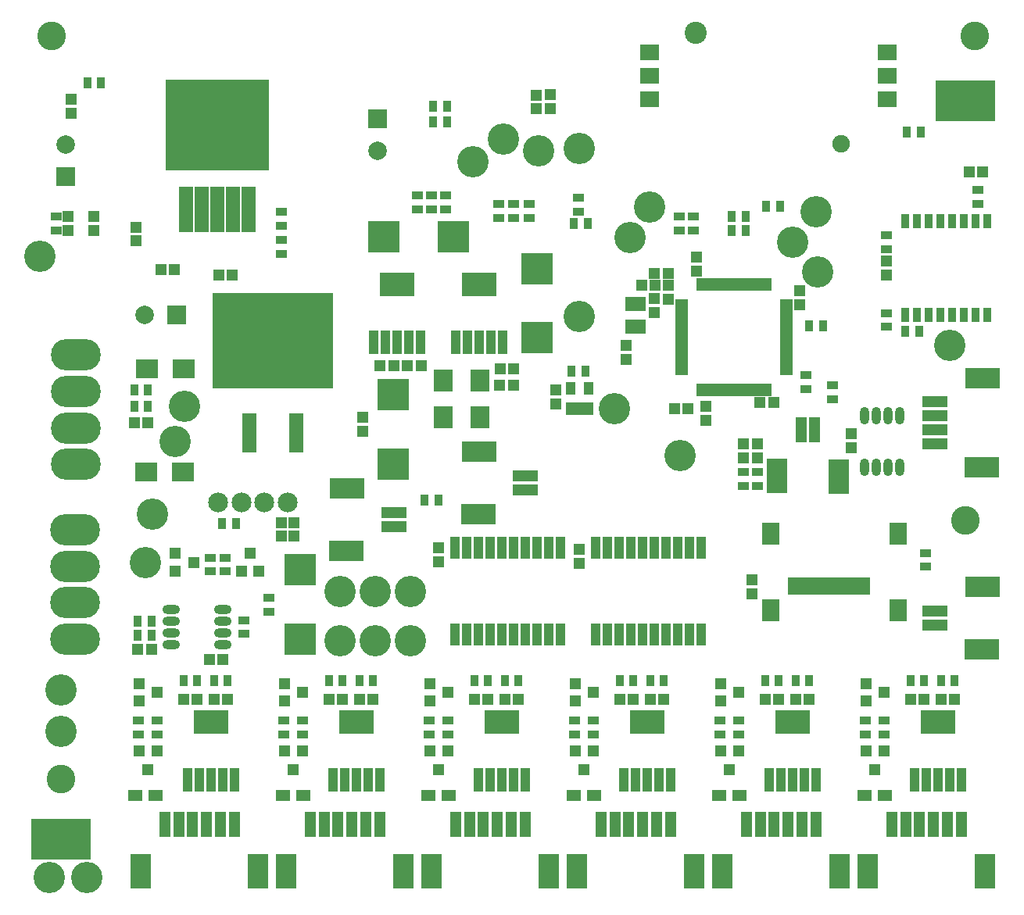
<source format=gbr>
G04 #@! TF.FileFunction,Soldermask,Top*
%FSLAX46Y46*%
G04 Gerber Fmt 4.6, Leading zero omitted, Abs format (unit mm)*
G04 Created by KiCad (PCBNEW 4.0.6) date 09/04/17 18:41:23*
%MOMM*%
%LPD*%
G01*
G04 APERTURE LIST*
%ADD10C,0.100000*%
%ADD11C,1.200000*%
%ADD12R,6.400000X4.400000*%
%ADD13R,2.100000X1.700000*%
%ADD14C,2.400000*%
%ADD15C,1.900000*%
%ADD16R,1.400000X0.650000*%
%ADD17R,0.650000X1.400000*%
%ADD18C,3.400000*%
%ADD19C,2.150000*%
%ADD20C,3.100000*%
%ADD21R,1.150000X1.200000*%
%ADD22R,2.300000X1.500000*%
%ADD23R,1.500000X5.000000*%
%ADD24R,11.200000X9.800000*%
%ADD25R,0.908000X1.543000*%
%ADD26R,1.050000X1.460000*%
%ADD27O,1.873200X1.009600*%
%ADD28R,1.000000X2.350000*%
%ADD29R,1.300000X1.200000*%
%ADD30R,1.200000X1.300000*%
%ADD31R,0.900000X1.300000*%
%ADD32R,1.300000X0.900000*%
%ADD33R,2.100000X2.400000*%
%ADD34R,2.400000X2.100000*%
%ADD35R,1.600000X1.300000*%
%ADD36R,1.200000X1.200000*%
%ADD37R,2.000000X2.000000*%
%ADD38C,2.000000*%
%ADD39R,1.200000X1.150000*%
%ADD40R,3.400000X3.400000*%
%ADD41R,1.900000X2.400000*%
%ADD42R,1.200000X1.900000*%
%ADD43R,13.100000X10.400000*%
%ADD44R,1.500000X4.200000*%
%ADD45R,1.300000X2.800000*%
%ADD46R,2.200000X3.700000*%
%ADD47R,1.050000X2.600000*%
%ADD48R,3.850000X2.550000*%
%ADD49O,1.009600X1.873200*%
%ADD50R,2.800000X1.300000*%
%ADD51R,3.700000X2.200000*%
%ADD52O,5.400000X3.400000*%
G04 APERTURE END LIST*
D10*
D11*
X105600000Y-142000000D02*
G75*
G03X105600000Y-142000000I-600000J0D01*
G01*
X203600000Y-62000000D02*
G75*
G03X203600000Y-62000000I-600000J0D01*
G01*
D12*
X105000000Y-142000000D03*
D13*
X168820000Y-56772000D03*
X194520000Y-56772000D03*
X168820000Y-61852000D03*
X168820000Y-59312000D03*
X194520000Y-59312000D03*
X194520000Y-61852000D03*
D14*
X173760000Y-54672000D03*
D15*
X189560000Y-66672000D03*
D16*
X172244840Y-83868040D03*
X172244840Y-84368040D03*
X172244840Y-84868040D03*
X172244840Y-85368040D03*
X172244840Y-85868040D03*
X172244840Y-86368040D03*
X172244840Y-86868040D03*
X172244840Y-87368040D03*
X172244840Y-87868040D03*
X172244840Y-88368040D03*
X172244840Y-88868040D03*
X172244840Y-89368040D03*
X172244840Y-89868040D03*
X172244840Y-90368040D03*
X172244840Y-90868040D03*
X172244840Y-91368040D03*
D17*
X174194840Y-93318040D03*
X174694840Y-93318040D03*
X175194840Y-93318040D03*
X175694840Y-93318040D03*
X176194840Y-93318040D03*
X176694840Y-93318040D03*
X177194840Y-93318040D03*
X177694840Y-93318040D03*
X178194840Y-93318040D03*
X178694840Y-93318040D03*
X179194840Y-93318040D03*
X179694840Y-93318040D03*
X180194840Y-93318040D03*
X180694840Y-93318040D03*
X181194840Y-93318040D03*
X181694840Y-93318040D03*
D16*
X183644840Y-91368040D03*
X183644840Y-90868040D03*
X183644840Y-90368040D03*
X183644840Y-89868040D03*
X183644840Y-89368040D03*
X183644840Y-88868040D03*
X183644840Y-88368040D03*
X183644840Y-87868040D03*
X183644840Y-87368040D03*
X183644840Y-86868040D03*
X183644840Y-86368040D03*
X183644840Y-85868040D03*
X183644840Y-85368040D03*
X183644840Y-84868040D03*
X183644840Y-84368040D03*
X183644840Y-83868040D03*
D17*
X181694840Y-81918040D03*
X181194840Y-81918040D03*
X180694840Y-81918040D03*
X180194840Y-81918040D03*
X179694840Y-81918040D03*
X179194840Y-81918040D03*
X178694840Y-81918040D03*
X178194840Y-81918040D03*
X177694840Y-81918040D03*
X177194840Y-81918040D03*
X176694840Y-81918040D03*
X176194840Y-81918040D03*
X175694840Y-81918040D03*
X175194840Y-81918040D03*
X174694840Y-81918040D03*
X174194840Y-81918040D03*
D18*
X184314000Y-77346000D03*
D19*
X122084000Y-105540000D03*
X129584000Y-105540000D03*
X127084000Y-105540000D03*
X124584000Y-105540000D03*
D20*
X104000000Y-55000000D03*
D21*
X173880840Y-80494040D03*
X173880840Y-78994040D03*
D22*
X167288840Y-86506040D03*
X167288840Y-84006040D03*
D23*
X118600000Y-73775000D03*
X120300000Y-73775000D03*
X122000000Y-73775000D03*
X123700000Y-73775000D03*
X125400000Y-73775000D03*
D24*
X122000000Y-64625000D03*
D25*
X196506000Y-85220000D03*
X197776000Y-85220000D03*
X199046000Y-85220000D03*
X200316000Y-85220000D03*
X201586000Y-85220000D03*
X202856000Y-85220000D03*
X204126000Y-85220000D03*
X205396000Y-85220000D03*
X205396000Y-75060000D03*
X204126000Y-75060000D03*
X202856000Y-75060000D03*
X201586000Y-75060000D03*
X200316000Y-75060000D03*
X199046000Y-75060000D03*
X197776000Y-75060000D03*
X196506000Y-75060000D03*
D26*
X160250000Y-95337000D03*
X161200000Y-95337000D03*
X162150000Y-95337000D03*
X162150000Y-93137000D03*
X160250000Y-93137000D03*
D27*
X117018000Y-117135242D03*
X117018000Y-118405242D03*
X117018000Y-119675242D03*
X117018000Y-120945242D03*
X122606000Y-120945242D03*
X122606000Y-119675242D03*
X122606000Y-118405242D03*
X122606000Y-117135242D03*
D28*
X162966600Y-119846280D03*
X164236600Y-119846280D03*
X165506600Y-119846280D03*
X166776600Y-119846280D03*
X168046600Y-119846280D03*
X169316600Y-119846280D03*
X170586600Y-119846280D03*
X171856600Y-119846280D03*
X173126600Y-119846280D03*
X174396600Y-119846280D03*
X174396600Y-110446280D03*
X173126600Y-110446280D03*
X171856600Y-110446280D03*
X170586600Y-110446280D03*
X169316600Y-110446280D03*
X168046600Y-110446280D03*
X166776600Y-110446280D03*
X165506600Y-110446280D03*
X164236600Y-110446280D03*
X162966600Y-110446280D03*
X147726600Y-119846280D03*
X148996600Y-119846280D03*
X150266600Y-119846280D03*
X151536600Y-119846280D03*
X152806600Y-119846280D03*
X154076600Y-119846280D03*
X155346600Y-119846280D03*
X156616600Y-119846280D03*
X157886600Y-119846280D03*
X159156600Y-119846280D03*
X159156600Y-110446280D03*
X157886600Y-110446280D03*
X156616600Y-110446280D03*
X155346600Y-110446280D03*
X154076600Y-110446280D03*
X152806600Y-110446280D03*
X151536600Y-110446280D03*
X150266600Y-110446280D03*
X148996600Y-110446280D03*
X147726600Y-110446280D03*
D18*
X105066000Y-125860000D03*
X105066000Y-130305000D03*
X156769000Y-67466000D03*
X102780000Y-78870000D03*
X114972000Y-106810000D03*
X186854000Y-74044000D03*
X161214000Y-85373000D03*
X114210000Y-112017000D03*
X165010000Y-95380000D03*
X117385000Y-98962000D03*
X107860000Y-146180000D03*
X103796000Y-146180000D03*
X142912000Y-120526000D03*
X139102000Y-120526000D03*
X135292000Y-120526000D03*
X142912000Y-115192000D03*
X139102000Y-115192000D03*
X135292000Y-115192000D03*
D29*
X192218000Y-125164000D03*
X192218000Y-127064000D03*
X194218000Y-126114000D03*
X176470000Y-125164000D03*
X176470000Y-127064000D03*
X178470000Y-126114000D03*
X160722000Y-125164000D03*
X160722000Y-127064000D03*
X162722000Y-126114000D03*
X144974000Y-125164000D03*
X144974000Y-127064000D03*
X146974000Y-126114000D03*
X129226000Y-125164000D03*
X129226000Y-127064000D03*
X131226000Y-126114000D03*
X113478000Y-125164000D03*
X113478000Y-127064000D03*
X115478000Y-126114000D03*
D30*
X194168000Y-132480000D03*
X192268000Y-132480000D03*
X193218000Y-134480000D03*
X178420000Y-132480000D03*
X176520000Y-132480000D03*
X177470000Y-134480000D03*
X162672000Y-132480000D03*
X160772000Y-132480000D03*
X161722000Y-134480000D03*
X146924000Y-132480000D03*
X145024000Y-132480000D03*
X145974000Y-134480000D03*
X131176000Y-132480000D03*
X129276000Y-132480000D03*
X130226000Y-134480000D03*
D31*
X196657000Y-65408000D03*
X198157000Y-65408000D03*
D32*
X104494500Y-74564000D03*
X104494500Y-76064000D03*
D31*
X187604000Y-86363000D03*
X186104000Y-86363000D03*
D32*
X128956000Y-78604000D03*
X128956000Y-77104000D03*
X128956000Y-75556000D03*
X128956000Y-74056000D03*
X188632000Y-94340000D03*
X188632000Y-92840000D03*
D31*
X107898000Y-60084000D03*
X109398000Y-60084000D03*
D32*
X122846000Y-113009000D03*
X122846000Y-111509000D03*
D31*
X196506000Y-86998000D03*
X198006000Y-86998000D03*
D32*
X121195000Y-111509000D03*
X121195000Y-113009000D03*
X204380000Y-71655000D03*
X204380000Y-73155000D03*
X194474000Y-76608000D03*
X194474000Y-78108000D03*
D31*
X179202840Y-74537040D03*
X177702840Y-74537040D03*
X179202840Y-76061040D03*
X177702840Y-76061040D03*
D32*
X127559000Y-117377000D03*
X127559000Y-115877000D03*
D31*
X145936000Y-105286000D03*
X144436000Y-105286000D03*
D32*
X172009000Y-76078000D03*
X172009000Y-74578000D03*
X173519000Y-74578000D03*
X173519000Y-76078000D03*
X180504000Y-103762000D03*
X180504000Y-102262000D03*
X178980000Y-103762000D03*
X178980000Y-102262000D03*
X198665000Y-111013000D03*
X198665000Y-112513000D03*
D31*
X161835000Y-91316000D03*
X160335000Y-91316000D03*
D32*
X124892000Y-119790242D03*
X124892000Y-118290242D03*
D31*
X112966000Y-95126000D03*
X114466000Y-95126000D03*
X114466000Y-93348000D03*
X112966000Y-93348000D03*
X200342000Y-124844000D03*
X201842000Y-124844000D03*
X184594000Y-124844000D03*
X186094000Y-124844000D03*
X168846000Y-124844000D03*
X170346000Y-124844000D03*
X153098000Y-124844000D03*
X154598000Y-124844000D03*
X137350000Y-124844000D03*
X138850000Y-124844000D03*
X121602000Y-124844000D03*
X123102000Y-124844000D03*
X197040000Y-124844000D03*
X198540000Y-124844000D03*
X181292000Y-124844000D03*
X182792000Y-124844000D03*
X165544000Y-124844000D03*
X167044000Y-124844000D03*
X149796000Y-124844000D03*
X151296000Y-124844000D03*
X134048000Y-124844000D03*
X135548000Y-124844000D03*
X118300000Y-124844000D03*
X119800000Y-124844000D03*
D32*
X192202000Y-130674000D03*
X192202000Y-129174000D03*
X176454000Y-130674000D03*
X176454000Y-129174000D03*
X160706000Y-130674000D03*
X160706000Y-129174000D03*
X144958000Y-130674000D03*
X144958000Y-129174000D03*
X129210000Y-130674000D03*
X129210000Y-129174000D03*
X113462000Y-130674000D03*
X113462000Y-129174000D03*
X194234000Y-130674000D03*
X194234000Y-129174000D03*
X178486000Y-130674000D03*
X178486000Y-129174000D03*
X162738000Y-130674000D03*
X162738000Y-129174000D03*
X146990000Y-130674000D03*
X146990000Y-129174000D03*
X131242000Y-130674000D03*
X131242000Y-129174000D03*
X115494000Y-130674000D03*
X115494000Y-129174000D03*
D33*
X146456600Y-96318280D03*
X146456600Y-92318280D03*
X150393600Y-96318280D03*
X150393600Y-92318280D03*
D34*
X114274000Y-102238000D03*
X118274000Y-102238000D03*
X114351000Y-91088000D03*
X118351000Y-91088000D03*
D35*
X194318000Y-137290000D03*
X192118000Y-137290000D03*
X178570000Y-137290000D03*
X176370000Y-137290000D03*
X162822000Y-137290000D03*
X160622000Y-137290000D03*
X147074000Y-137290000D03*
X144874000Y-137290000D03*
X131326000Y-137290000D03*
X129126000Y-137290000D03*
X115324000Y-137290000D03*
X113124000Y-137290000D03*
D36*
X105828000Y-76076000D03*
X105828000Y-74576000D03*
X180504000Y-99214000D03*
X180504000Y-100714000D03*
X178980000Y-99214000D03*
X178980000Y-100714000D03*
D21*
X190678000Y-98085000D03*
X190678000Y-99585000D03*
X113194000Y-75707000D03*
X113194000Y-77207000D03*
X158039000Y-61370000D03*
X158039000Y-62870000D03*
X108636000Y-74564000D03*
X108636000Y-76064000D03*
X156515000Y-61394000D03*
X156515000Y-62894000D03*
X179869000Y-113946000D03*
X179869000Y-115446000D03*
D37*
X139370000Y-63966000D03*
D38*
X139370000Y-67466000D03*
D37*
X105588000Y-70234000D03*
D38*
X105588000Y-66734000D03*
D39*
X123610000Y-80902000D03*
X122110000Y-80902000D03*
D21*
X106145500Y-61886000D03*
X106145500Y-63386000D03*
X194474000Y-80878000D03*
X194474000Y-79378000D03*
X128942000Y-109211000D03*
X128942000Y-107711000D03*
X130275500Y-109211000D03*
X130275500Y-107711000D03*
D40*
X156628000Y-87694000D03*
X156628000Y-80194000D03*
X147545000Y-76711000D03*
X140045000Y-76711000D03*
D39*
X204888000Y-69726000D03*
X203388000Y-69726000D03*
X154102000Y-91088000D03*
X152602000Y-91088000D03*
X144045000Y-90707000D03*
X142545000Y-90707000D03*
X115859600Y-80317800D03*
X117359600Y-80317800D03*
D21*
X185056840Y-82579000D03*
X185056840Y-84079000D03*
D39*
X139624000Y-90707000D03*
X141124000Y-90707000D03*
X152578000Y-92866000D03*
X154078000Y-92866000D03*
D21*
X158660000Y-93372000D03*
X158660000Y-94872000D03*
D37*
X117583000Y-85220000D03*
D38*
X114083000Y-85220000D03*
D40*
X140995600Y-93876280D03*
X140995600Y-101376280D03*
D21*
X174896840Y-95123040D03*
X174896840Y-96623040D03*
X137705000Y-96344500D03*
X137705000Y-97844500D03*
X170832840Y-83542040D03*
X170832840Y-82042040D03*
D40*
X130974000Y-112845000D03*
X130974000Y-120345000D03*
D39*
X121094000Y-122596242D03*
X122594000Y-122596242D03*
D21*
X166280000Y-88522000D03*
X166280000Y-90022000D03*
D39*
X114466000Y-96904000D03*
X112966000Y-96904000D03*
X171479840Y-95365040D03*
X172979840Y-95365040D03*
X167923840Y-82030040D03*
X169423840Y-82030040D03*
D21*
X145940840Y-110490040D03*
X145940840Y-111990040D03*
X161180840Y-110617040D03*
X161180840Y-112117040D03*
D39*
X169320840Y-80760040D03*
X170820840Y-80760040D03*
D21*
X169308840Y-84939040D03*
X169308840Y-83439040D03*
D39*
X197040000Y-126876000D03*
X198540000Y-126876000D03*
X181292000Y-126876000D03*
X182792000Y-126876000D03*
X165544000Y-126876000D03*
X167044000Y-126876000D03*
X149796000Y-126876000D03*
X151296000Y-126876000D03*
X134048000Y-126876000D03*
X135548000Y-126876000D03*
X118300000Y-126876000D03*
X119800000Y-126876000D03*
X201842000Y-126876000D03*
X200342000Y-126876000D03*
X186094000Y-126876000D03*
X184594000Y-126876000D03*
X170346000Y-126876000D03*
X168846000Y-126876000D03*
X154598000Y-126876000D03*
X153098000Y-126876000D03*
X138850000Y-126876000D03*
X137350000Y-126876000D03*
X123102000Y-126876000D03*
X121602000Y-126876000D03*
D30*
X115428000Y-132480000D03*
X113528000Y-132480000D03*
X114478000Y-134480000D03*
D39*
X182270000Y-94730040D03*
X180770000Y-94730040D03*
D18*
X172122000Y-100460000D03*
D31*
X123989000Y-107826000D03*
X122489000Y-107826000D03*
D20*
X204000000Y-55000000D03*
X105000000Y-135500000D03*
X203000000Y-107500000D03*
D18*
X201332000Y-88522000D03*
D41*
X195744000Y-108924000D03*
X195744000Y-117224000D03*
X181944000Y-117224000D03*
X181944000Y-108924000D03*
D42*
X192044000Y-114624000D03*
X190944000Y-114624000D03*
X189844000Y-114624000D03*
X188744000Y-114624000D03*
X187644000Y-114624000D03*
X186544000Y-114624000D03*
X185444000Y-114624000D03*
X184344000Y-114624000D03*
D30*
X124563000Y-113001000D03*
X126463000Y-113001000D03*
X125513000Y-111001000D03*
D31*
X113347000Y-119891000D03*
X114847000Y-119891000D03*
D39*
X114847000Y-121415000D03*
X113347000Y-121415000D03*
D31*
X114847000Y-118367000D03*
X113347000Y-118367000D03*
D43*
X128000000Y-88000000D03*
D44*
X125460000Y-98000000D03*
X130540000Y-98000000D03*
D45*
X116301600Y-140450280D03*
X117801600Y-140450280D03*
X119301600Y-140450280D03*
X120801600Y-140450280D03*
X122301600Y-140450280D03*
X123801600Y-140450280D03*
D46*
X113701600Y-145500280D03*
X126401600Y-145500280D03*
D45*
X195041600Y-140450280D03*
X196541600Y-140450280D03*
X198041600Y-140450280D03*
X199541600Y-140450280D03*
X201041600Y-140450280D03*
X202541600Y-140450280D03*
D46*
X192441600Y-145500280D03*
X205141600Y-145500280D03*
D45*
X132049600Y-140450280D03*
X133549600Y-140450280D03*
X135049600Y-140450280D03*
X136549600Y-140450280D03*
X138049600Y-140450280D03*
X139549600Y-140450280D03*
D46*
X129449600Y-145500280D03*
X142149600Y-145500280D03*
D45*
X147797600Y-140450280D03*
X149297600Y-140450280D03*
X150797600Y-140450280D03*
X152297600Y-140450280D03*
X153797600Y-140450280D03*
X155297600Y-140450280D03*
D46*
X145197600Y-145500280D03*
X157897600Y-145500280D03*
D45*
X163545600Y-140450280D03*
X165045600Y-140450280D03*
X166545600Y-140450280D03*
X168045600Y-140450280D03*
X169545600Y-140450280D03*
X171045600Y-140450280D03*
D46*
X160945600Y-145500280D03*
X173645600Y-145500280D03*
D45*
X179293600Y-140450280D03*
X180793600Y-140450280D03*
X182293600Y-140450280D03*
X183793600Y-140450280D03*
X185293600Y-140450280D03*
X186793600Y-140450280D03*
D46*
X176693600Y-145500280D03*
X189393600Y-145500280D03*
D47*
X122606000Y-135601500D03*
X120066000Y-135601500D03*
D48*
X121336000Y-129301500D03*
D47*
X121336000Y-135601500D03*
X123876000Y-135601500D03*
X118796000Y-135601500D03*
X138354000Y-135601500D03*
X135814000Y-135601500D03*
D48*
X137084000Y-129301500D03*
D47*
X137084000Y-135601500D03*
X139624000Y-135601500D03*
X134544000Y-135601500D03*
X154102000Y-135601500D03*
X151562000Y-135601500D03*
D48*
X152832000Y-129301500D03*
D47*
X152832000Y-135601500D03*
X155372000Y-135601500D03*
X150292000Y-135601500D03*
X169850000Y-135601500D03*
X167310000Y-135601500D03*
D48*
X168580000Y-129301500D03*
D47*
X168580000Y-135601500D03*
X171120000Y-135601500D03*
X166040000Y-135601500D03*
X185598000Y-135601500D03*
X183058000Y-135601500D03*
D48*
X184328000Y-129301500D03*
D47*
X184328000Y-135601500D03*
X186868000Y-135601500D03*
X181788000Y-135601500D03*
X201346000Y-135601500D03*
X198806000Y-135601500D03*
D48*
X200076000Y-129301500D03*
D47*
X200076000Y-135601500D03*
X202616000Y-135601500D03*
X197536000Y-135601500D03*
X142710100Y-88184780D03*
X140170100Y-88184780D03*
D48*
X141440100Y-81884780D03*
D47*
X141440100Y-88184780D03*
X143980100Y-88184780D03*
X138900100Y-88184780D03*
X151600100Y-88184780D03*
X149060100Y-88184780D03*
D48*
X150330100Y-81884780D03*
D47*
X150330100Y-88184780D03*
X152870100Y-88184780D03*
X147790100Y-88184780D03*
D32*
X185711000Y-93221000D03*
X185711000Y-91721000D03*
D29*
X117417000Y-111067000D03*
X117417000Y-112967000D03*
X119417000Y-112017000D03*
D18*
X118415000Y-95152000D03*
D49*
X192075000Y-101756000D03*
X193345000Y-101756000D03*
X194615000Y-101756000D03*
X195885000Y-101756000D03*
X195885000Y-96168000D03*
X194615000Y-96168000D03*
X193345000Y-96168000D03*
X192075000Y-96168000D03*
D32*
X194488000Y-85016000D03*
X194488000Y-86516000D03*
D31*
X181419000Y-73435000D03*
X182919000Y-73435000D03*
D18*
X152959000Y-66196000D03*
X149657000Y-68609000D03*
D50*
X199725000Y-99156000D03*
X199725000Y-97656000D03*
X199725000Y-96156000D03*
X199725000Y-94656000D03*
D51*
X204775000Y-101756000D03*
X204875000Y-92056000D03*
D32*
X152451000Y-74705000D03*
X152451000Y-73205000D03*
X154102000Y-74705000D03*
X154102000Y-73205000D03*
X146736000Y-73804000D03*
X146736000Y-72304000D03*
X145212000Y-73804000D03*
X145212000Y-72304000D03*
X143688000Y-73792000D03*
X143688000Y-72292000D03*
X161087000Y-74046000D03*
X161087000Y-72546000D03*
D31*
X145363000Y-62640000D03*
X146863000Y-62640000D03*
X145363000Y-64291000D03*
X146863000Y-64291000D03*
X162079000Y-75340000D03*
X160579000Y-75340000D03*
D32*
X155753000Y-74705000D03*
X155753000Y-73205000D03*
D18*
X168834000Y-73562000D03*
X166700000Y-76864000D03*
X161214000Y-67212000D03*
X186995000Y-80547000D03*
D50*
X141077000Y-106647000D03*
X141077000Y-108147000D03*
D51*
X136027000Y-104047000D03*
X135927000Y-110747000D03*
D50*
X155372000Y-102669000D03*
X155372000Y-104169000D03*
D51*
X150322000Y-100069000D03*
X150222000Y-106769000D03*
D45*
X185181000Y-97622000D03*
X186681000Y-97622000D03*
D46*
X182581000Y-102672000D03*
X189281000Y-102772000D03*
D50*
X199711000Y-118815000D03*
X199711000Y-117315000D03*
D51*
X204761000Y-121415000D03*
X204861000Y-114715000D03*
D52*
X106688000Y-89538000D03*
X106688000Y-93498000D03*
X106688000Y-97458000D03*
X106688000Y-101418000D03*
X106590000Y-108490000D03*
X106590000Y-112450000D03*
X106590000Y-116410000D03*
X106590000Y-120370000D03*
D12*
X203000000Y-62000000D03*
M02*

</source>
